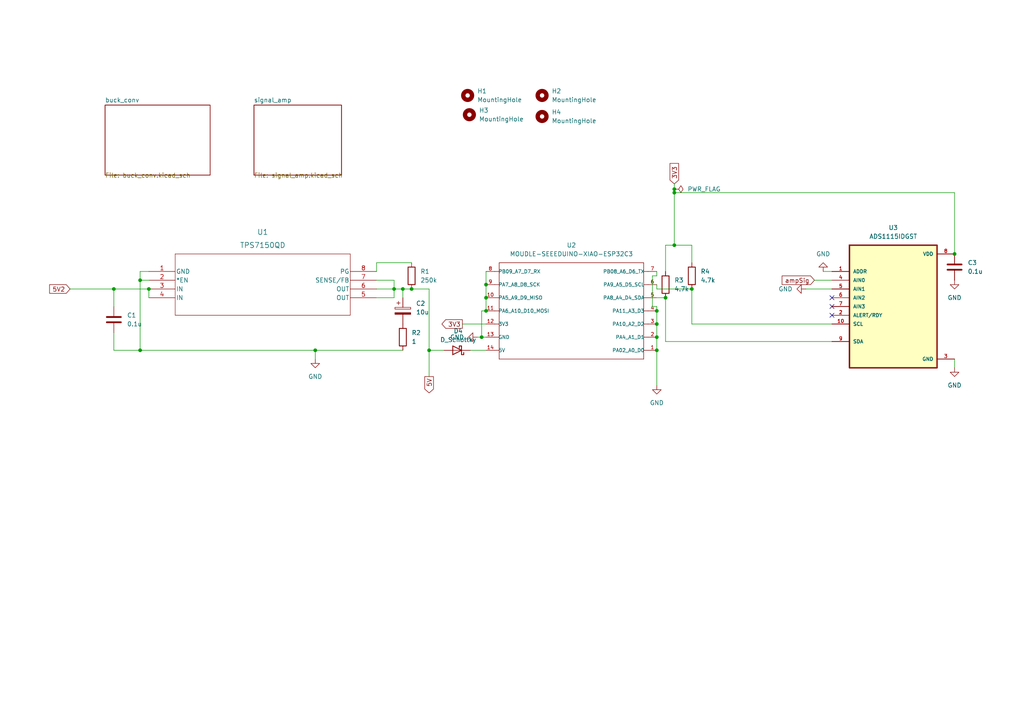
<source format=kicad_sch>
(kicad_sch (version 20230121) (generator eeschema)
  (paper "A4")
  (lib_symbols
    (symbol "Device:C" (pin_numbers hide) (pin_names (offset 0.254))
      (property "Reference" "C" (at 0.635 2.54 0))
      (property "Value" "C" (at 0.635 -2.54 0))
      (symbol "C_0_1"
        (polyline (pts (xy -2.032 -0.762) (xy 2.032 -0.762)) (stroke (width 0.508)))
        (polyline (pts (xy -2.032 0.762) (xy 2.032 0.762)) (stroke (width 0.508)))
      )
      (symbol "C_1_1"
        (pin passive line (at 0 3.81 270) (length 2.794) (name "~") (number "1"))
        (pin passive line (at 0 -3.81 90) (length 2.794) (name "~") (number "2"))
      )
    )
    (symbol "Device:C_Polarized" (pin_numbers hide) (pin_names (offset 0.254))
      (property "Reference" "C" (at 0.635 2.54 0))
      (property "Value" "C_Polarized" (at 0.635 -2.54 0))
      (symbol "C_Polarized_0_1"
        (rectangle (start -2.286 0.508) (end 2.286 1.016))
        (polyline (pts (xy -1.778 2.286) (xy -0.762 2.286)))
        (polyline (pts (xy -1.27 2.794) (xy -1.27 1.778)))
        (rectangle (start 2.286 -0.508) (end -2.286 -1.016) (fill (type outline)))
      )
      (symbol "C_Polarized_1_1"
        (pin passive line (at 0 3.81 270) (length 2.794) (name "~") (number "1"))
        (pin passive line (at 0 -3.81 90) (length 2.794) (name "~") (number "2"))
      )
    )
    (symbol "Device:D_Schottky" (pin_numbers hide) (pin_names (offset 1.016) hide)
      (property "Reference" "D" (at 0 2.54 0))
      (property "Value" "D_Schottky" (at 0 -2.54 0))
      (symbol "D_Schottky_0_1"
        (polyline (pts (xy 1.27 0) (xy -1.27 0)))
        (polyline (pts (xy 1.27 1.27) (xy 1.27 -1.27) (xy -1.27 0) (xy 1.27 1.27)) (stroke (width 0.254)))
        (polyline (pts (xy -1.905 0.635) (xy -1.905 1.27) (xy -1.27 1.27) (xy -1.27 -1.27) (xy -0.635 -1.27) (xy -0.635 -0.635)) (stroke (width 0.254)))
      )
      (symbol "D_Schottky_1_1"
        (pin passive line (at -3.81 0 0) (length 2.54) (name "K") (number "1"))
        (pin passive line (at 3.81 0 180) (length 2.54) (name "A") (number "2"))
      )
    )
    (symbol "Device:R" (pin_numbers hide) (pin_names (offset 0))
      (property "Reference" "R" (at 2.032 0 90))
      (property "Value" "R" (at 0 0 90))
      (symbol "R_0_1"
        (rectangle (start -1.016 -2.54) (end 1.016 2.54) (stroke (width 0.254)))
      )
      (symbol "R_1_1"
        (pin passive line (at 0 3.81 270) (length 1.27) (name "~") (number "1"))
        (pin passive line (at 0 -3.81 90) (length 1.27) (name "~") (number "2"))
      )
    )
    (symbol "Mechanical:MountingHole" (pin_names (offset 1.016))
      (property "Reference" "H" (at 0 5.08 0))
      (property "Value" "MountingHole" (at 0 3.175 0))
      (symbol "MountingHole_0_1"
        (circle (center 0 0) (radius 1.27) (stroke (width 1.27)))
      )
    )
    (symbol "lin_reg_lib:ADS1115IDGST" (pin_names (offset 1.016))
      (property "Reference" "U" (at -12.7 18.78 0))
      (property "Value" "ADS1115IDGST" (at -12.7 -21.78 0))
      (symbol "ADS1115IDGST_0_0"
        (rectangle (start -12.7 -17.78) (end 12.7 17.78) (stroke (width 0.41)) (fill (type background)))
        (pin input line (at -17.78 10.16 0) (length 5.08) (name "ADDR") (number "1"))
        (pin input line (at -17.78 -5.08 0) (length 5.08) (name "SCL") (number "10"))
        (pin input line (at -17.78 -2.54 0) (length 5.08) (name "ALERT/RDY") (number "2"))
        (pin power_in line (at 17.78 -15.24 180) (length 5.08) (name "GND") (number "3"))
        (pin input line (at -17.78 7.62 0) (length 5.08) (name "AIN0") (number "4"))
        (pin input line (at -17.78 5.08 0) (length 5.08) (name "AIN1") (number "5"))
        (pin input line (at -17.78 2.54 0) (length 5.08) (name "AIN2") (number "6"))
        (pin input line (at -17.78 0 0) (length 5.08) (name "AIN3") (number "7"))
        (pin power_in line (at 17.78 15.24 180) (length 5.08) (name "VDD") (number "8"))
        (pin bidirectional line (at -17.78 -10.16 0) (length 5.08) (name "SDA") (number "9"))
      )
    )
    (symbol "lin_reg_lib:MOUDLE-SEEEDUINO-XIAO-ESP32C3" (pin_names (offset 1.016))
      (property "Reference" "U" (at -21.59 15.24 0))
      (property "Value" "MOUDLE-SEEEDUINO-XIAO-ESP32C3" (at -21.59 13.97 0))
      (symbol "MOUDLE-SEEEDUINO-XIAO-ESP32C3_0_0"
        (polyline (pts (xy -21.59 -13.97) (xy -21.59 0)) (stroke (width 0.1524)))
        (polyline (pts (xy -21.59 -11.43) (xy -22.86 -11.43)) (stroke (width 0.1524)))
        (polyline (pts (xy -21.59 -7.62) (xy -22.86 -7.62)) (stroke (width 0.1524)))
        (polyline (pts (xy -21.59 -3.81) (xy -22.86 -3.81)) (stroke (width 0.1524)))
        (polyline (pts (xy -21.59 0) (xy -22.86 0)) (stroke (width 0.1524)))
        (polyline (pts (xy -21.59 0) (xy -21.59 3.81)) (stroke (width 0.1524)))
        (polyline (pts (xy -21.59 3.81) (xy -22.86 3.81)) (stroke (width 0.1524)))
        (polyline (pts (xy -21.59 3.81) (xy -21.59 7.62)) (stroke (width 0.1524)))
        (polyline (pts (xy -21.59 7.62) (xy -22.86 7.62)) (stroke (width 0.1524)))
        (polyline (pts (xy -21.59 7.62) (xy -21.59 11.43)) (stroke (width 0.1524)))
        (polyline (pts (xy -21.59 11.43) (xy -22.86 11.43)) (stroke (width 0.1524)))
        (polyline (pts (xy -21.59 11.43) (xy -21.59 13.97)) (stroke (width 0.1524)))
        (polyline (pts (xy -21.59 13.97) (xy 20.32 13.97)) (stroke (width 0.1524)))
        (polyline (pts (xy 20.32 -13.97) (xy -21.59 -13.97)) (stroke (width 0.1524)))
        (polyline (pts (xy 20.32 3.81) (xy 20.32 -13.97)) (stroke (width 0.1524)))
        (polyline (pts (xy 20.32 7.62) (xy 20.32 3.81)) (stroke (width 0.1524)))
        (polyline (pts (xy 20.32 11.43) (xy 20.32 7.62)) (stroke (width 0.1524)))
        (polyline (pts (xy 20.32 13.97) (xy 20.32 11.43)) (stroke (width 0.1524)))
        (polyline (pts (xy 21.59 -11.43) (xy 20.32 -11.43)) (stroke (width 0.1524)))
        (polyline (pts (xy 21.59 -7.62) (xy 20.32 -7.62)) (stroke (width 0.1524)))
        (polyline (pts (xy 21.59 -3.81) (xy 20.32 -3.81)) (stroke (width 0.1524)))
        (polyline (pts (xy 21.59 0) (xy 20.32 0)) (stroke (width 0.1524)))
        (polyline (pts (xy 21.59 3.81) (xy 20.32 3.81)) (stroke (width 0.1524)))
        (polyline (pts (xy 21.59 7.62) (xy 20.32 7.62)) (stroke (width 0.1524)))
        (polyline (pts (xy 21.59 11.43) (xy 20.32 11.43)) (stroke (width 0.1524)))
        (pin bidirectional line (at -25.4 11.43 0) (length 2.54) (name "PA02_A0_D0") (number "1"))
        (pin bidirectional line (at 24.13 -3.81 180) (length 2.54) (name "PA5_A9_D9_MISO") (number "10"))
        (pin bidirectional line (at 24.13 0 180) (length 2.54) (name "PA6_A10_D10_MOSI") (number "11"))
        (pin bidirectional line (at 24.13 3.81 180) (length 2.54) (name "3V3") (number "12"))
        (pin bidirectional line (at 24.13 7.62 180) (length 2.54) (name "GND") (number "13"))
        (pin bidirectional line (at 24.13 11.43 180) (length 2.54) (name "5V") (number "14"))
        (pin bidirectional line (at -25.4 7.62 0) (length 2.54) (name "PA4_A1_D1") (number "2"))
        (pin bidirectional line (at -25.4 3.81 0) (length 2.54) (name "PA10_A2_D2") (number "3"))
        (pin bidirectional line (at -25.4 0 0) (length 2.54) (name "PA11_A3_D3") (number "4"))
        (pin bidirectional line (at -25.4 -3.81 0) (length 2.54) (name "PA8_A4_D4_SDA") (number "5"))
        (pin bidirectional line (at -25.4 -7.62 0) (length 2.54) (name "PA9_A5_D5_SCL") (number "6"))
        (pin bidirectional line (at -25.4 -11.43 0) (length 2.54) (name "PB08_A6_D6_TX") (number "7"))
        (pin bidirectional line (at 24.13 -11.43 180) (length 2.54) (name "PB09_A7_D7_RX") (number "8"))
        (pin bidirectional line (at 24.13 -7.62 180) (length 2.54) (name "PA7_A8_D8_SCK") (number "9"))
      )
    )
    (symbol "lin_reg_lib:TPS7150QD" (pin_names (offset 0.254))
      (property "Reference" "U" (at 33.02 10.16 0))
      (property "Value" "TPS7150QD" (at 33.02 7.62 0))
      (symbol "TPS7150QD_0_1"
        (polyline (pts (xy 7.62 -12.7) (xy 58.42 -12.7)) (stroke (width 0.127)))
        (polyline (pts (xy 7.62 5.08) (xy 7.62 -12.7)) (stroke (width 0.127)))
        (polyline (pts (xy 58.42 -12.7) (xy 58.42 5.08)) (stroke (width 0.127)))
        (polyline (pts (xy 58.42 5.08) (xy 7.62 5.08)) (stroke (width 0.127)))
        (pin power_in line (at 0 0 0) (length 7.62) (name "GND") (number "1"))
        (pin input line (at 0 -2.54 0) (length 7.62) (name "*EN") (number "2"))
        (pin input line (at 0 -5.08 0) (length 7.62) (name "IN") (number "3"))
        (pin input line (at 0 -7.62 0) (length 7.62) (name "IN") (number "4"))
        (pin output line (at 66.04 -7.62 180) (length 7.62) (name "OUT") (number "5"))
        (pin output line (at 66.04 -5.08 180) (length 7.62) (name "OUT") (number "6"))
        (pin bidirectional line (at 66.04 -2.54 180) (length 7.62) (name "SENSE/FB") (number "7"))
        (pin output line (at 66.04 0 180) (length 7.62) (name "PG") (number "8"))
      )
    )
    (symbol "power:GND" (power) (pin_names (offset 0))
      (property "Value" "GND" (at 0 -3.81 0))
      (symbol "GND_0_1"
        (polyline (pts (xy 0 0) (xy 0 -1.27) (xy 1.27 -1.27) (xy 0 -2.54) (xy -1.27 -1.27) (xy 0 -1.27)))
      )
      (symbol "GND_1_1"
        (pin power_in line (at 0 0 270) (length 0) hide (name "GND") (number "1"))
      )
    )
    (symbol "power:PWR_FLAG" (power) (pin_numbers hide) (pin_names (offset 0) hide)
      (property "Value" "PWR_FLAG" (at 0 3.81 0))
      (symbol "PWR_FLAG_0_0"
        (pin power_out line (at 0 0 90) (length 0) (name "pwr") (number "1"))
      )
      (symbol "PWR_FLAG_0_1"
        (polyline (pts (xy 0 0) (xy 0 1.27) (xy -1.016 1.905) (xy 0 2.54) (xy 1.016 1.905) (xy 0 1.27)))
      )
    )
  )
  (junction (at 195.58 55.88))
  (junction (at 276.86 73.66))
  (junction (at 40.64 81.28))
  (junction (at 40.64 101.6))
  (junction (at 43.18 83.82))
  (junction (at 91.44 101.6))
  (junction (at 119.38 83.82))
  (junction (at 195.58 71.12))
  (junction (at 139.7 97.79))
  (junction (at 124.46 101.6))
  (junction (at 193.04 86.36))
  (junction (at 140.97 86.36))
  (junction (at 114.3 83.82))
  (junction (at 33.02 83.82))
  (junction (at 140.97 82.55))
  (junction (at 190.5 93.98))
  (junction (at 200.66 83.82))
  (junction (at 116.84 83.82))
  (junction (at 190.5 97.79))
  (junction (at 195.58 54.864))
  (junction (at 190.5 101.6))
  (junction (at 190.5 90.17))
  (junction (at 140.97 90.17))
  (no_connect (at 241.3 86.36))
  (no_connect (at 241.3 91.44))
  (no_connect (at 241.3 88.9))
  (wire (pts (xy 91.44 101.6) (xy 116.84 101.6)))
  (wire (pts (xy 140.97 78.74) (xy 140.97 82.55)))
  (wire (pts (xy 190.5 78.74) (xy 190.5 80.01)))
  (wire (pts (xy 236.22 81.28) (xy 241.3 81.28)))
  (wire (pts (xy 116.84 86.36) (xy 116.84 83.82)))
  (wire (pts (xy 190.5 83.82) (xy 200.66 83.82)))
  (wire (pts (xy 200.66 71.12) (xy 200.66 76.2)))
  (wire (pts (xy 124.46 83.82) (xy 124.46 101.6)))
  (wire (pts (xy 276.86 55.88) (xy 276.86 73.66)))
  (wire (pts (xy 109.22 78.74) (xy 109.22 76.2)))
  (wire (pts (xy 190.5 88.9) (xy 190.5 90.17)))
  (wire (pts (xy 119.38 83.82) (xy 124.46 83.82)))
  (wire (pts (xy 124.46 101.6) (xy 124.46 109.22)))
  (wire (pts (xy 200.66 93.98) (xy 241.3 93.98)))
  (wire (pts (xy 33.02 101.6) (xy 40.64 101.6)))
  (wire (pts (xy 109.22 86.36) (xy 114.3 86.36)))
  (wire (pts (xy 193.04 78.74) (xy 193.04 71.12)))
  (wire (pts (xy 33.02 83.82) (xy 33.02 88.9)))
  (wire (pts (xy 114.3 86.36) (xy 114.3 83.82)))
  (wire (pts (xy 40.64 78.74) (xy 40.64 81.28)))
  (wire (pts (xy 190.5 101.6) (xy 190.5 111.76)))
  (wire (pts (xy 193.04 71.12) (xy 195.58 71.12)))
  (wire (pts (xy 190.5 90.17) (xy 190.5 93.98)))
  (wire (pts (xy 138.43 97.79) (xy 139.7 97.79)))
  (wire (pts (xy 195.58 55.88) (xy 195.58 71.12)))
  (wire (pts (xy 195.58 53.34) (xy 195.58 54.864)))
  (wire (pts (xy 114.3 81.28) (xy 114.3 83.82)))
  (wire (pts (xy 139.7 97.79) (xy 140.97 97.79)))
  (wire (pts (xy 109.22 81.28) (xy 114.3 81.28)))
  (wire (pts (xy 276.86 104.14) (xy 276.86 106.68)))
  (wire (pts (xy 190.5 97.79) (xy 190.5 101.6)))
  (wire (pts (xy 140.97 82.55) (xy 140.97 86.36)))
  (wire (pts (xy 190.5 86.36) (xy 193.04 86.36)))
  (wire (pts (xy 33.02 83.82) (xy 43.18 83.82)))
  (wire (pts (xy 134.112 93.98) (xy 140.97 93.98)))
  (wire (pts (xy 139.7 90.17) (xy 140.97 90.17)))
  (wire (pts (xy 20.32 83.82) (xy 33.02 83.82)))
  (wire (pts (xy 33.02 96.52) (xy 33.02 101.6)))
  (wire (pts (xy 40.64 101.6) (xy 91.44 101.6)))
  (wire (pts (xy 190.5 82.55) (xy 190.5 83.82)))
  (wire (pts (xy 195.58 54.864) (xy 195.58 55.88)))
  (wire (pts (xy 238.76 78.74) (xy 241.3 78.74)))
  (wire (pts (xy 91.44 101.6) (xy 91.44 104.14)))
  (wire (pts (xy 190.5 80.01) (xy 189.23 80.01)))
  (wire (pts (xy 124.46 101.6) (xy 128.778 101.6)))
  (wire (pts (xy 233.68 83.82) (xy 241.3 83.82)))
  (wire (pts (xy 114.3 83.82) (xy 116.84 83.82)))
  (wire (pts (xy 195.58 55.88) (xy 276.86 55.88)))
  (wire (pts (xy 193.04 99.06) (xy 241.3 99.06)))
  (wire (pts (xy 109.22 83.82) (xy 114.3 83.82)))
  (wire (pts (xy 136.398 101.6) (xy 140.97 101.6)))
  (wire (pts (xy 40.64 81.28) (xy 40.64 101.6)))
  (wire (pts (xy 43.18 83.82) (xy 43.18 86.36)))
  (wire (pts (xy 139.7 90.17) (xy 139.7 97.79)))
  (wire (pts (xy 200.66 83.82) (xy 200.66 93.98)))
  (wire (pts (xy 189.23 88.9) (xy 190.5 88.9)))
  (wire (pts (xy 193.04 86.36) (xy 193.04 99.06)))
  (wire (pts (xy 40.64 81.28) (xy 43.18 81.28)))
  (wire (pts (xy 190.5 93.98) (xy 190.5 97.79)))
  (wire (pts (xy 189.23 80.01) (xy 189.23 88.9)))
  (wire (pts (xy 200.66 71.12) (xy 195.58 71.12)))
  (wire (pts (xy 116.84 83.82) (xy 119.38 83.82)))
  (wire (pts (xy 140.97 86.36) (xy 140.97 90.17)))
  (wire (pts (xy 109.22 76.2) (xy 119.38 76.2)))
  (wire (pts (xy 43.18 78.74) (xy 40.64 78.74)))
  (global_label "ampSig" (shape input) (at 236.22 81.28 180) (property "Intersheetrefs" "${INTERSHEET_REFS}" (at 226.2802 81.28 0) (effects (justify right))))
  (global_label "5V2" (shape input) (at 20.32 83.82 180) (property "Intersheetrefs" "${INTERSHEET_REFS}" (at 15.24 83.82 0) (effects (justify right))))
  (global_label "3V3" (shape input) (at 195.58 53.34 90) (property "Intersheetrefs" "${INTERSHEET_REFS}" (at 195.5006 47.4193 90) (effects (justify left))))
  (global_label "3V3" (shape output) (at 134.112 93.98 180) (property "Intersheetrefs" "${INTERSHEET_REFS}" (at 127.6192 93.98 0) (effects (justify right))))
  (global_label "5V" (shape output) (at 124.46 109.22 270) (property "Intersheetrefs" "${INTERSHEET_REFS}" (at 124.46 114.5033 90) (effects (justify right))))
  (symbol (lib_id "power:GND") (at 138.43 97.79 270) (unit 1)
    (property "Reference" "#PWR0102" (effects hide))
    (property "Value" "GND" (at 134.62 97.79 90) (effects (justify right)))
  )
  (symbol (lib_id "Device:D_Schottky") (at 132.588 101.6 180) (unit 1)
    (property "Reference" "D4" (at 132.9055 96.012 0))
    (property "Value" "D_Schottky" (at 132.9055 98.552 0))
    (property "Footprint" "Diode_SMD:D_SOD-323" (effects hide))
  )
  (symbol (lib_id "power:GND") (at 238.76 78.74 180) (unit 1)
    (property "Reference" "#PWR0106" (effects hide))
    (property "Value" "GND" (at 238.76 73.66 0))
  )
  (symbol (lib_id "power:GND") (at 233.68 83.82 270) (unit 1)
    (property "Reference" "#PWR06" (effects hide))
    (property "Value" "GND" (at 229.87 83.82 90) (effects (justify right)))
  )
  (symbol (lib_id "Device:C") (at 33.02 92.71 0) (unit 1)
    (property "Reference" "C1" (at 36.83 91.4399 0) (effects (justify left)))
    (property "Value" "0.1u" (at 36.83 93.9799 0) (effects (justify left)))
    (property "Footprint" "Capacitor_SMD:C_0603_1608Metric" (effects hide))
  )
  (symbol (lib_id "Device:C_Polarized") (at 116.84 90.17 0) (unit 1)
    (property "Reference" "C2" (at 120.65 88.0109 0) (effects (justify left)))
    (property "Value" "10u" (at 120.65 90.5509 0) (effects (justify left)))
    (property "Footprint" "Capacitor_SMD:C_0603_1608Metric" (effects hide))
  )
  (symbol (lib_id "Mechanical:MountingHole") (at 136.144 33.274 0) (unit 1)
    (property "Reference" "H3" (at 138.938 32.004 0) (effects (justify left)))
    (property "Value" "MountingHole" (at 138.938 34.544 0) (effects (justify left)))
    (property "Footprint" "MountingHole:MountingHole_2.2mm_M2_Pad" (effects hide))
  )
  (symbol (lib_id "lin_reg_lib:ADS1115IDGST") (at 259.08 88.9 0) (unit 1)
    (property "Reference" "U3" (at 259.08 66.04 0))
    (property "Value" "ADS1115IDGST" (at 259.08 68.58 0))
    (property "Footprint" "lin_reg_lib:ADS115IDGST_SOP50P490X110-10N" (effects hide))
    (property "MF" "Texas Instruments" (effects hide))
    (property "Description" "\n16-bit, 860-SPS, 4-channel, delta-sigma ADC with PGA, oscillator, VREF, comparator and I2C\n" (effects hide))
    (property "Package" "VSSOP-10 Texas Instruments" (effects hide))
    (property "Price" "None" (effects hide))
    (property "SnapEDA_Link" "https://www.snapeda.com/parts/ADS1115IDGST/Texas+Instruments/view-part/?ref=snap" (effects hide))
    (property "MP" "ADS1115IDGST" (effects hide))
    (property "Purchase-URL" "https://www.snapeda.com/api/url_track_click_mouser/?unipart_id=45901&manufacturer=Texas Instruments&part_name=ADS1115IDGST&search_term=ads1115" (effects hide))
    (property "Availability" "In Stock" (effects hide))
    (property "Check_prices" "https://www.snapeda.com/parts/ADS1115IDGST/Texas+Instruments/view-part/?ref=eda" (effects hide))
  )
  (symbol (lib_id "Device:C") (at 276.86 77.47 0) (unit 1)
    (property "Reference" "C3" (at 280.67 76.2 0) (effects (justify left)))
    (property "Value" "0.1u" (at 280.67 78.74 0) (effects (justify left)))
    (property "Footprint" "Capacitor_SMD:C_0603_1608Metric" (effects hide))
  )
  (symbol (lib_id "power:GND") (at 276.86 81.28 0) (unit 1)
    (property "Reference" "#PWR0107" (effects hide))
    (property "Value" "GND" (at 276.86 86.36 0))
  )
  (symbol (lib_id "Mechanical:MountingHole") (at 135.636 27.686 0) (unit 1)
    (property "Reference" "H1" (at 138.43 26.416 0) (effects (justify left)))
    (property "Value" "MountingHole" (at 138.43 28.956 0) (effects (justify left)))
    (property "Footprint" "MountingHole:MountingHole_2.2mm_M2_Pad" (effects hide))
  )
  (symbol (lib_id "power:GND") (at 190.5 111.76 0) (unit 1)
    (property "Reference" "#PWR0109" (effects hide))
    (property "Value" "GND" (at 190.5 116.84 0))
  )
  (symbol (lib_id "lin_reg_lib:TPS7150QD") (at 43.18 78.74 0) (unit 1)
    (property "Reference" "U1" (at 76.2 67.31 0) (effects (font (size 1.524 1.524))))
    (property "Value" "TPS7150QD" (at 76.2 71.12 0) (effects (font (size 1.524 1.524))))
    (property "Footprint" "lin_reg_lib:D8_TEX" (effects hide))
    (property "Datasheet" "TPS7150QD" (effects hide))
  )
  (symbol (lib_id "Device:R") (at 193.04 82.55 0) (unit 1)
    (property "Reference" "R3" (at 195.58 81.28 0) (effects (justify left)))
    (property "Value" "4.7k" (at 195.58 83.82 0) (effects (justify left)))
    (property "Footprint" "Resistor_SMD:R_0603_1608Metric" (effects hide))
  )
  (symbol (lib_id "power:GND") (at 91.44 104.14 0) (unit 1)
    (property "Reference" "#PWR0101" (effects hide))
    (property "Value" "GND" (at 91.44 109.22 0))
  )
  (symbol (lib_id "Device:R") (at 119.38 80.01 0) (unit 1)
    (property "Reference" "R1" (at 121.92 78.7399 0) (effects (justify left)))
    (property "Value" "250k" (at 121.92 81.2799 0) (effects (justify left)))
    (property "Footprint" "Resistor_SMD:R_2512_6332Metric" (effects hide))
  )
  (symbol (lib_id "power:PWR_FLAG") (at 195.58 54.864 270) (unit 1)
    (property "Reference" "#FLG04" (effects hide))
    (property "Value" "PWR_FLAG" (at 199.39 54.864 90) (effects (justify left)))
  )
  (symbol (lib_id "Device:R") (at 200.66 80.01 0) (unit 1)
    (property "Reference" "R4" (at 203.2 78.74 0) (effects (justify left)))
    (property "Value" "4.7k" (at 203.2 81.28 0) (effects (justify left)))
    (property "Footprint" "Resistor_SMD:R_0603_1608Metric" (effects hide))
  )
  (symbol (lib_id "power:GND") (at 276.86 106.68 0) (unit 1)
    (property "Reference" "#PWR0108" (effects hide))
    (property "Value" "GND" (at 276.86 111.76 0))
  )
  (symbol (lib_id "Mechanical:MountingHole") (at 157.226 27.686 0) (unit 1)
    (property "Reference" "H2" (at 160.02 26.416 0) (effects (justify left)))
    (property "Value" "MountingHole" (at 160.02 28.956 0) (effects (justify left)))
    (property "Footprint" "MountingHole:MountingHole_2.2mm_M2_Pad" (effects hide))
  )
  (symbol (lib_id "Mechanical:MountingHole") (at 157.226 33.782 0) (unit 1)
    (property "Reference" "H4" (at 160.02 32.512 0) (effects (justify left)))
    (property "Value" "MountingHole" (at 160.02 35.052 0) (effects (justify left)))
    (property "Footprint" "MountingHole:MountingHole_2.2mm_M2_Pad" (effects hide))
  )
  (symbol (lib_id "lin_reg_lib:MOUDLE-SEEEDUINO-XIAO-ESP32C3") (at 165.1 90.17 180) (unit 1)
    (property "Reference" "U2" (at 165.735 71.12 0))
    (property "Value" "MOUDLE-SEEEDUINO-XIAO-ESP32C3" (at 165.735 73.66 0))
    (property "Footprint" "lin_reg_lib:MODULE_102010388" (effects hide))
  )
  (symbol (lib_id "Device:R") (at 116.84 97.79 0) (unit 1)
    (property "Reference" "R2" (at 119.38 96.5199 0) (effects (justify left)))
    (property "Value" "1" (at 119.38 99.0599 0) (effects (justify left)))
    (property "Footprint" "Resistor_SMD:R_0603_1608Metric" (effects hide))
  )
  (sheet (at 30.48 30.48) (size 30.48 20.32) (stroke (width 0.1524))
    (property "Sheetname" "buck_conv" (at 30.48 29.7684 0) (effects (justify left bottom)))
    (property "Sheetfile" "buck_conv.kicad_sch" (at 30.48 50.1146 0) (effects (justify left top)))
  )
  (sheet (at 73.66 30.48) (size 25.4 20.32) (stroke (width 0.1524))
    (property "Sheetname" "signal_amp" (at 73.66 29.7684 0) (effects (justify left bottom)))
    (property "Sheetfile" "signal_amp.kicad_sch" (at 73.66 50.1146 0) (effects (justify left top)))
  )
)
</source>
